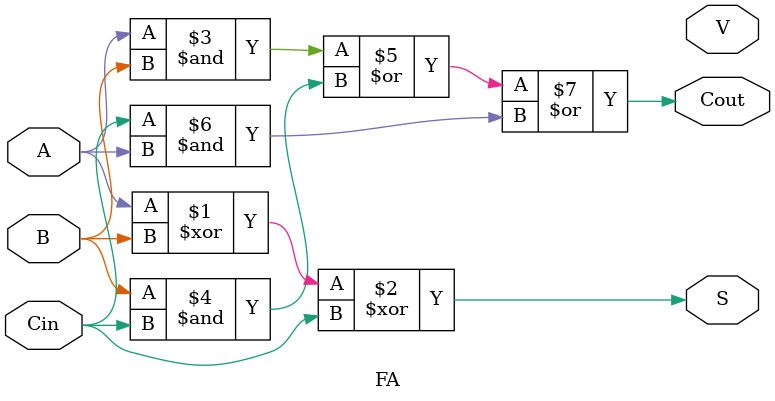
<source format=sv>
module FA(
	input  A,B,
	input Cin,
	output  S,
	output Cout,
	output V
);

	assign S = A^B^Cin;
	assign Cout = (A&B) | (B&Cin) | (Cin&A);
endmodule



</source>
